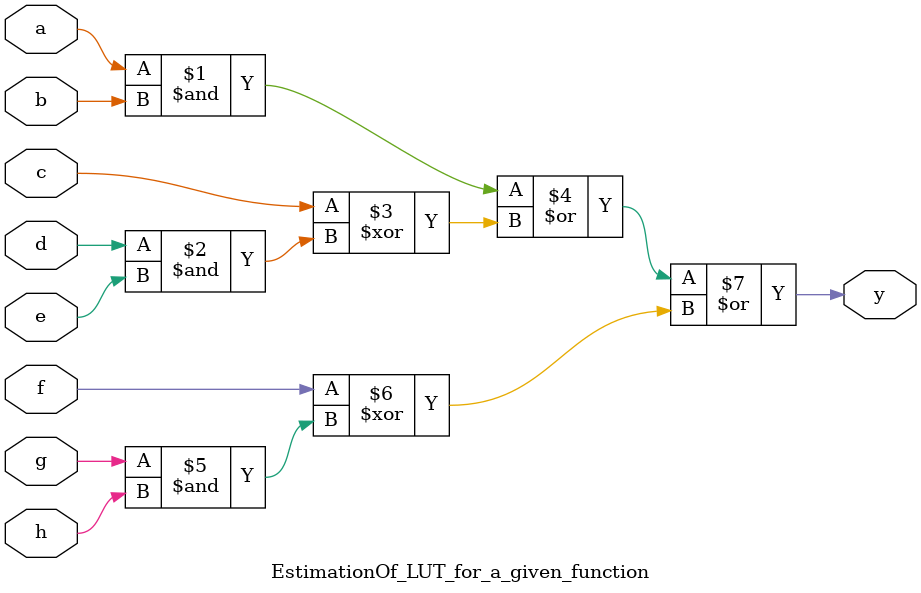
<source format=v>
`timescale 1ns / 1ps


module EstimationOf_LUT_for_a_given_function(
    input a,b,c,d,e,f,g,h,
    output y
    );
    assign y = a&b|c^d&e|f^g&h;
endmodule

</source>
